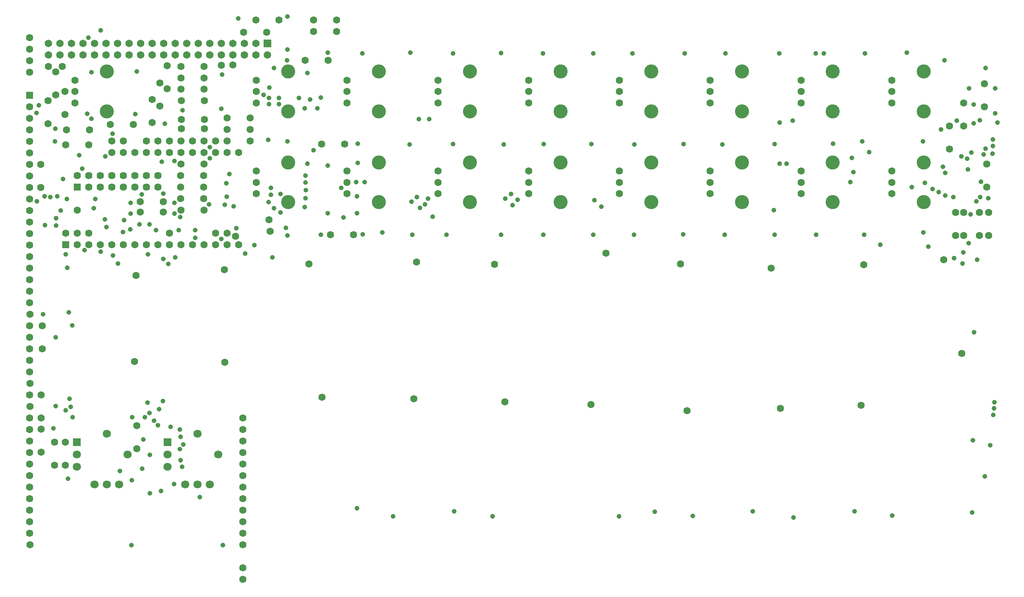
<source format=gbs>
%FSLAX33Y33*%
%MOMM*%
%AMRect-W1650000-H1650000-RO0.500*
21,1,1.65,1.65,0.,0.,270*%
%AMRect-W1600000-H1600000-RO0.500*
21,1,1.6,1.6,0.,0.,270*%
%ADD10C,1.0668*%
%ADD11C,1.6*%
%ADD12C,1.6*%
%ADD13R,1.8X1.8*%
%ADD14C,1.8*%
%ADD15C,1.6*%
%ADD16C,3.1*%
%ADD17C,1.6*%
%ADD18R,1.62X1.62*%
%ADD19C,1.62*%
%ADD20R,1.6X1.6*%
%ADD21C,1.65*%
%ADD22Rect-W1650000-H1650000-RO0.500*%
%ADD23Rect-W1600000-H1600000-RO0.500*%
D10*
%LNbottom solder mask_traces*%
G01*
X206550Y86736D03*
X34925Y85500D03*
X5017Y106950D03*
X196309Y118554D03*
X55765Y107225D03*
X90825Y86425D03*
X66400Y106275D03*
X210725Y17275D03*
X200325Y89875D03*
X31275Y36450D03*
X18700Y74725D03*
X210375Y82900D03*
X59792Y126500D03*
X109125Y87400D03*
X12052Y40500D03*
X8718Y101803D03*
X156210Y78445D03*
X28376Y38225D03*
X207294Y103556D03*
X27750Y87308D03*
X52584Y76200D03*
X68707Y118554D03*
X63850Y88275D03*
X8300Y35775D03*
X213475Y25175D03*
X199848Y98990D03*
X116332Y98445D03*
X68700Y83175D03*
X36244Y82325D03*
X64235Y94125D03*
X215175Y96333D03*
X19650Y81800D03*
X67218Y108687D03*
X8750Y40675D03*
X75150Y83185D03*
X21325Y100725D03*
X215575Y41525D03*
X4656Y85825D03*
X186495Y98990D03*
X25450Y10025D03*
X12400Y58425D03*
X127229Y78475D03*
X215300Y97975D03*
X8875Y80445D03*
X90175Y85100D03*
X203350Y87821D03*
X88775Y103925D03*
X201016Y75844D03*
X204225Y93400D03*
X156362Y118445D03*
X187096Y118450D03*
X211060Y103022D03*
X212500Y86736D03*
X206705Y73304D03*
X23800Y81645D03*
X63675Y106275D03*
X197450Y88925D03*
X36275Y28725D03*
X29016Y41450D03*
X42725Y95325D03*
X213267Y96150D03*
X208340Y95725D03*
X135865Y118445D03*
X75336Y94310D03*
X109400Y84950D03*
X209600Y95175D03*
X86919Y118575D03*
X7600Y86725D03*
X55640Y85670D03*
X29550Y29971D03*
X8750Y55850D03*
X10975Y74150D03*
X76417Y78562D03*
X71671Y88775D03*
X36150Y35540D03*
X116180Y78445D03*
X9100Y86875D03*
X30887Y79481D03*
X31525Y39990D03*
X50475Y74261D03*
X187975Y96660D03*
X23580Y79025D03*
X214650Y32075D03*
X26625Y114422D03*
X190475Y76212D03*
X13925Y95975D03*
X15981Y121900D03*
X127229Y118425D03*
X18650Y123475D03*
X39500Y79500D03*
X186950Y78450D03*
X19950Y80125D03*
X39484Y77750D03*
X146990Y78500D03*
X10975Y39750D03*
X6000Y60960D03*
X176200Y118445D03*
X147396Y118425D03*
X8592Y99035D03*
X29554Y21488D03*
X149125Y16450D03*
X215775Y110675D03*
X45466Y113716D03*
X210015Y110693D03*
X36700Y105855D03*
X15100Y75050D03*
X48600Y79900D03*
X46330Y89810D03*
X35843Y79431D03*
X204750Y92116D03*
X36150Y31164D03*
X8875Y82085D03*
X116154Y118445D03*
X54550Y109225D03*
X168199Y118450D03*
X33550Y72050D03*
X215500Y40175D03*
X6325Y86875D03*
X169800Y94125D03*
X107865Y86400D03*
X210490Y96590D03*
X16650Y104050D03*
X32106Y94500D03*
X96317Y98445D03*
X72187Y82296D03*
X171150Y103625D03*
X75150Y86950D03*
X76860Y90068D03*
X96575Y17450D03*
X6400Y80550D03*
X35125Y73450D03*
X34925Y94700D03*
X184510Y92275D03*
X40525Y20650D03*
X45985Y85055D03*
X208559Y72060D03*
X86766Y98349D03*
X17475Y86284D03*
X178003Y118445D03*
X36650Y27300D03*
X32775Y102900D03*
X215350Y38725D03*
X204591Y116916D03*
X136246Y98349D03*
X59700Y116850D03*
X47975Y84730D03*
X91025Y103925D03*
X184800Y17450D03*
X11650Y61325D03*
X214224Y86450D03*
X12500Y38225D03*
X215300Y99471D03*
X105075Y16425D03*
X58304Y87454D03*
X45600Y10000D03*
X25265Y83142D03*
X193075Y16575D03*
X32489Y87525D03*
X180035Y98552D03*
X128975Y84625D03*
X68704Y93675D03*
X147142Y98445D03*
X215775Y105175D03*
X34925Y83075D03*
X176301Y78450D03*
X212675Y90148D03*
X110500Y86175D03*
X17165Y84322D03*
X19700Y95750D03*
X62331Y108550D03*
X47015Y91829D03*
X32410Y41750D03*
X75336Y98480D03*
X29454Y39125D03*
X167157Y98445D03*
X167157Y78450D03*
X26311Y105000D03*
X204750Y87075D03*
X57981Y108550D03*
X27844Y26925D03*
X57950Y107225D03*
X209956Y76581D03*
X136169Y78445D03*
X126797Y98445D03*
X32000Y22000D03*
X55765Y108550D03*
X96291Y118445D03*
X21365Y73850D03*
X56856Y115189D03*
X46482Y86850D03*
X58297Y83400D03*
X91821Y82398D03*
X168250Y94125D03*
X201975Y88525D03*
X64850Y108225D03*
X89070Y84375D03*
X28050Y33331D03*
X87351Y78450D03*
X14605Y93029D03*
X42554Y85104D03*
X132900Y16375D03*
X59848Y78303D03*
X45250Y77535D03*
X211600Y85806D03*
X15750Y105100D03*
X16675Y114249D03*
X29075Y74125D03*
X213677Y97392D03*
X25601Y38225D03*
X25280Y85505D03*
X88350Y86725D03*
X67158Y78445D03*
X55575Y99339D03*
X87200Y85700D03*
X27203Y80750D03*
X80775Y78990D03*
X183900Y90025D03*
X56225Y87250D03*
X32500Y73150D03*
X55850Y110875D03*
X212421Y103705D03*
X184200Y95377D03*
X211060Y107163D03*
X64198Y114071D03*
X140800Y17375D03*
X48975Y126111D03*
X63825Y91450D03*
X36275Y33921D03*
X171350Y16100D03*
X65600Y97075D03*
X127475Y86050D03*
X56525Y73491D03*
X76302Y118445D03*
X42725Y97714D03*
X25500Y24380D03*
X63671Y84550D03*
X210875Y33125D03*
X209750Y92838D03*
X9850Y83790D03*
X216275Y103200D03*
X167000Y83875D03*
X208767Y74524D03*
X11287Y71200D03*
X22887Y26388D03*
X25225Y79675D03*
X36906Y32207D03*
X56225Y88764D03*
X10350Y90750D03*
X22500Y72100D03*
X30485Y37490D03*
X59792Y119232D03*
X63825Y86500D03*
X213625Y115200D03*
X75150Y18200D03*
X199945Y78990D03*
X11218Y86300D03*
X59487Y79930D03*
X106934Y78445D03*
X56900Y84252D03*
X34050Y36144D03*
X94894Y78445D03*
X59848Y98990D03*
X34825Y23500D03*
X75006Y90068D03*
X11520Y24654D03*
X107467Y98323D03*
X203875Y101645D03*
X11850Y42325D03*
X168294Y103175D03*
X29421Y80750D03*
X211825Y72975D03*
X162325Y17525D03*
X4500Y105290D03*
X106883Y118475D03*
X211125Y56975D03*
X155677Y98323D03*
X83125Y16425D03*
X63825Y90000D03*
X45244Y106250D03*
%LNbottom solder mask component 2cb417fd89b64ff1*%
D11*
X70675Y125755D03*
X65595Y125755D03*
%LNbottom solder mask component 2e96c5ec09cc2bff*%
D12*
X43970Y78805D03*
%LNbottom solder mask component 7be21fa8212241c2*%
D13*
X13400Y32700D03*
D14*
X13400Y30000D03*
X13400Y27300D03*
X17300Y23400D03*
X20000Y23400D03*
X22700Y23400D03*
X20000Y34600D03*
X24600Y30000D03*
%LNbottom solder mask component 87d4757989b5faab*%
D15*
X46514Y104205D03*
X51594Y104205D03*
%LNbottom solder mask component 76a76e9b6007d48c*%
D12*
X112990Y92500D03*
X112990Y90000D03*
X112990Y87500D03*
D16*
X120000Y94394D03*
X120000Y85606D03*
%LNbottom solder mask component fae2ab7ca5d4c9bc*%
D15*
X67425Y42675D03*
%LNbottom solder mask component bec0dda99b6ebd7c*%
D12*
X132990Y92500D03*
X132990Y90000D03*
X132990Y87500D03*
D16*
X140000Y94394D03*
X140000Y85606D03*
%LNbottom solder mask component 0c936e703266551f*%
D15*
X50000Y10160D03*
%LNbottom solder mask component 58a1288a180aeb08*%
D17*
X207025Y78248D03*
X207025Y83328D03*
%LNbottom solder mask component 042c4324a2a84e17*%
D12*
X52990Y112500D03*
X52990Y110000D03*
X52990Y107500D03*
D16*
X60000Y114394D03*
X60000Y105606D03*
%LNbottom solder mask component e0f9281280bdbcf4*%
D12*
X92990Y92500D03*
X92990Y90000D03*
X92990Y87500D03*
D16*
X100000Y94394D03*
X100000Y85606D03*
%LNbottom solder mask component cfb32474af56c8fe*%
D18*
X13510Y88975D03*
D19*
X16050Y88975D03*
X18590Y88975D03*
X21130Y88975D03*
X23670Y88975D03*
X26210Y88975D03*
X28750Y88975D03*
X31290Y88975D03*
X13510Y91515D03*
X16050Y91515D03*
X18590Y91515D03*
X21130Y91515D03*
X23670Y91515D03*
X26210Y91515D03*
X28750Y91515D03*
X31290Y91515D03*
%LNbottom solder mask component edd2f8c4690b01ba*%
D15*
X46050Y50343D03*
%LNbottom solder mask component 7d0a4e2d061378cf*%
D11*
X41438Y83885D03*
X36358Y83885D03*
%LNbottom solder mask component 19b7ae7034783336*%
D12*
X214348Y83395D03*
X214348Y78315D03*
%LNbottom solder mask component 3cf36ddb64d95e52*%
D17*
X212350Y78315D03*
X212350Y83395D03*
%LNbottom solder mask component 32cc1e32022eae04*%
X7050Y102935D03*
X7050Y108015D03*
%LNbottom solder mask component adf83d82d2d88d45*%
D15*
X45949Y70725D03*
%LNbottom solder mask component 840a2754f238af4d*%
D12*
X43970Y99125D03*
%LNbottom solder mask component 5154ed8cd176cc8c*%
X41430Y99125D03*
%LNbottom solder mask component d62bc96d87e5019c*%
D15*
X50000Y2540D03*
%LNbottom solder mask component f7f6a4059ef4b564*%
D12*
X72990Y112500D03*
X72990Y110000D03*
X72990Y107500D03*
D16*
X80000Y114394D03*
X80000Y105606D03*
%LNbottom solder mask component 28689b4c8158a79f*%
D11*
X74390Y78445D03*
X69310Y78445D03*
%LNbottom solder mask component ffc4da092a9a4fc5*%
D12*
X28730Y99125D03*
%LNbottom solder mask component 44887bd3d44aa71f*%
X8745Y114365D03*
X8745Y109285D03*
%LNbottom solder mask component 5baf418b44386f3e*%
D11*
X41509Y101841D03*
X36429Y101841D03*
%LNbottom solder mask component a43a26ad2d4eb14a*%
D12*
X152990Y112500D03*
X152990Y110000D03*
X152990Y107500D03*
D16*
X160000Y114394D03*
X160000Y105606D03*
%LNbottom solder mask component 89ac62f37abc9e14*%
D12*
X21110Y99125D03*
%LNbottom solder mask component c392bcdfea8d8ea2*%
D15*
X47780Y115900D03*
%LNbottom solder mask component e784ba3ac1935508*%
D17*
X31700Y106776D03*
X31700Y111856D03*
%LNbottom solder mask component 3657576657a30115*%
D15*
X50000Y5080D03*
%LNbottom solder mask component 3f41394d43e5d88f*%
X10225Y115525D03*
%LNbottom solder mask component 03a79ee4714a553f*%
D12*
X172990Y92500D03*
X172990Y90000D03*
X172990Y87500D03*
D16*
X180000Y94394D03*
X180000Y85606D03*
%LNbottom solder mask component 37922efdc8d51755*%
D20*
X10975Y76265D03*
D15*
X13515Y76265D03*
X16055Y76265D03*
X18595Y76265D03*
X21135Y76265D03*
X23675Y76265D03*
X26215Y76265D03*
X28755Y76265D03*
X31295Y76265D03*
X33835Y76265D03*
X36375Y76265D03*
X38915Y76265D03*
X41455Y76265D03*
X43995Y76265D03*
X46535Y76265D03*
X49075Y76265D03*
X49075Y96585D03*
X46535Y96585D03*
X43995Y96585D03*
X41455Y96585D03*
X38915Y96585D03*
X36375Y96585D03*
X33835Y96585D03*
X31295Y96585D03*
X28755Y96585D03*
X26215Y96585D03*
X23675Y96585D03*
X21135Y96585D03*
%LNbottom solder mask component aa580201ffaa89d6*%
X50000Y20320D03*
%LNbottom solder mask component af1981297f4010f7*%
D12*
X23650Y99125D03*
%LNbottom solder mask component b8b07e4af1db7061*%
D11*
X57975Y125755D03*
X52895Y125755D03*
%LNbottom solder mask component 110faed1cc146b02*%
D17*
X33300Y110636D03*
X33300Y115716D03*
%LNbottom solder mask component f7b75df1bdf2f181*%
D15*
X50000Y25400D03*
%LNbottom solder mask component 03a6b9848fb8370e*%
X107747Y41650D03*
%LNbottom solder mask component 22e543a28086d96e*%
D11*
X70675Y123215D03*
X65595Y123215D03*
%LNbottom solder mask component dece1cff8e284f1a*%
D12*
X36358Y99125D03*
%LNbottom solder mask component 7fd2e291fd359170*%
D15*
X50000Y27940D03*
%LNbottom solder mask component 7583a494c62a08c3*%
X50000Y15240D03*
%LNbottom solder mask component 2ce9bceb47a0c645*%
D21*
X52860Y120650D03*
X50320Y120650D03*
X47780Y120650D03*
X45240Y120650D03*
X42700Y120650D03*
X40160Y120650D03*
X37620Y120650D03*
X35080Y120650D03*
X32540Y120650D03*
X30000Y120650D03*
X27460Y120650D03*
X24920Y120650D03*
X22380Y120650D03*
X19840Y120650D03*
X17300Y120650D03*
X14760Y120650D03*
X12220Y120650D03*
X9680Y120650D03*
X7140Y120650D03*
X55400Y118110D03*
X52860Y118110D03*
X50320Y118110D03*
X47780Y118110D03*
X45240Y118110D03*
X42700Y118110D03*
X40160Y118110D03*
X37620Y118110D03*
X35080Y118110D03*
X32540Y118110D03*
X30000Y118110D03*
X27460Y118110D03*
X24920Y118110D03*
X22380Y118110D03*
X19840Y118110D03*
X17300Y118110D03*
X14760Y118110D03*
X12220Y118110D03*
X9680Y118110D03*
X7140Y118110D03*
D22*
X55400Y120650D03*
%LNbottom solder mask component d1b8988840d6d78f*%
D12*
X46510Y78805D03*
%LNbottom solder mask component b8f167eb817f45c9*%
X13490Y83835D03*
X13490Y78755D03*
%LNbottom solder mask component 8d773e40d9ff8c97*%
D15*
X50177Y123047D03*
X55257Y123047D03*
%LNbottom solder mask component 8daf806579074e6c*%
X50000Y12700D03*
%LNbottom solder mask component 20eaf199acc821e9*%
X87675Y42300D03*
%LNbottom solder mask component 835bc4b13f0791df*%
X7140Y115525D03*
%LNbottom solder mask component 051bcd12e4b16a5d*%
X26441Y69475D03*
%LNbottom solder mask component fa4b46b3c3d02d04*%
X48375Y78075D03*
%LNbottom solder mask component 15295c3f1cff3500*%
X45240Y115825D03*
%LNbottom solder mask component f89053a2e4f60840*%
D12*
X5560Y35565D03*
X5560Y30485D03*
%LNbottom solder mask component 52a1b1ca2b1d3003*%
D15*
X146400Y72034D03*
%LNbottom solder mask component 5a332b9c7c6b454e*%
D17*
X8500Y27620D03*
X8500Y32700D03*
%LNbottom solder mask component 3d096520bff5873b*%
D12*
X205725Y102435D03*
X205725Y97355D03*
%LNbottom solder mask component 76bc64773c60f07c*%
D17*
X3000Y119380D03*
X3000Y121920D03*
%LNbottom solder mask component 2b1495a865a6849a*%
D15*
X208450Y52325D03*
%LNbottom solder mask component 0140c6c654e9dc5b*%
X50000Y33020D03*
%LNbottom solder mask component 3b85729fa308793e*%
X105450Y71925D03*
%LNbottom solder mask component fa4405ad7fde1e15*%
D12*
X192990Y112500D03*
X192990Y110000D03*
X192990Y107500D03*
D16*
X200000Y114394D03*
X200000Y105606D03*
%LNbottom solder mask component 3244838e2437b951*%
D12*
X5850Y58400D03*
X5850Y53320D03*
%LNbottom solder mask component 4705e07a40114c09*%
D15*
X36309Y86425D03*
X41389Y86425D03*
%LNbottom solder mask component 01015ca45b8bb0bc*%
D11*
X72465Y98455D03*
X67385Y98455D03*
%LNbottom solder mask component 794c30c688ef4a1d*%
D15*
X55800Y81750D03*
%LNbottom solder mask component ef78370791fd3d8b*%
D11*
X41389Y88965D03*
X36309Y88965D03*
%LNbottom solder mask component 948a008d14176e07*%
D15*
X50000Y17780D03*
%LNbottom solder mask component adc1909596e3bd48*%
X50000Y38100D03*
%LNbottom solder mask component ab6498ba432a0b55*%
X11160Y101525D03*
X16240Y101525D03*
%LNbottom solder mask component 3c2ce17cf2a01d3a*%
X88250Y72475D03*
%LNbottom solder mask component 5a4116c7e9b3a324*%
D12*
X72990Y92500D03*
X72990Y90000D03*
X72990Y87500D03*
D16*
X80000Y94394D03*
X80000Y85606D03*
%LNbottom solder mask component 67d4a41e6537866a*%
D12*
X152990Y92500D03*
X152990Y90000D03*
X152990Y87500D03*
D16*
X160000Y94394D03*
X160000Y85606D03*
%LNbottom solder mask component 020795961396f96f*%
D15*
X166450Y71120D03*
%LNbottom solder mask component 179472fd52466dca*%
D12*
X38890Y99125D03*
%LNbottom solder mask component 33bb1b4331bcb5f2*%
X172990Y112500D03*
X172990Y110000D03*
X172990Y107500D03*
D16*
X180000Y114394D03*
X180000Y105606D03*
%LNbottom solder mask component 91ad611b2d09aec1*%
D15*
X50000Y30480D03*
%LNbottom solder mask component 1aa80e2305d3c3f5*%
X63706Y116850D03*
X68786Y116850D03*
%LNbottom solder mask component 7402d1aeef7f3f20*%
X50000Y35560D03*
%LNbottom solder mask component 478e18b4a5e21ed9*%
D17*
X3000Y114300D03*
X3000Y116840D03*
%LNbottom solder mask component e8b37e7f08e4b4ce*%
D11*
X51594Y99125D03*
X46514Y99125D03*
%LNbottom solder mask component 511370af6c7919eb*%
D15*
X26111Y50495D03*
%LNbottom solder mask component 264957ead632d6c1*%
D11*
X32489Y85725D03*
X27409Y85725D03*
%LNbottom solder mask component bfe6143774099665*%
D15*
X36358Y94045D03*
X41438Y94045D03*
%LNbottom solder mask component c1f03332e9856203*%
D12*
X10860Y32700D03*
X10860Y27620D03*
%LNbottom solder mask component 863ca0b2a523c33c*%
D15*
X186817Y71831D03*
%LNbottom solder mask component 2d214055c5945252*%
X147900Y39675D03*
%LNbottom solder mask component aff9f134acc6d168*%
X126746Y41025D03*
%LNbottom solder mask component 90a5760c096e9d9b*%
X186233Y40869D03*
%LNbottom solder mask component 28b624cef8888489*%
D12*
X33810Y99125D03*
%LNbottom solder mask component 707e6c11d1cca362*%
D15*
X46514Y101665D03*
X51594Y101665D03*
%LNbottom solder mask component cc6bc24d7f5d853e*%
D12*
X92990Y112500D03*
X92990Y110000D03*
X92990Y107500D03*
D16*
X100000Y114394D03*
X100000Y105606D03*
%LNbottom solder mask component 5b22a68f09ffcba4*%
D17*
X26613Y31271D03*
X26613Y36351D03*
%LNbottom solder mask component 109cba4edaa46692*%
D15*
X64575Y72050D03*
%LNbottom solder mask component 17d3a0ee983cedc9*%
X36309Y91505D03*
X41389Y91505D03*
%LNbottom solder mask component 7c5862ef05c6b57e*%
D12*
X30000Y108286D03*
X30000Y103206D03*
%LNbottom solder mask component 3ee2067a7940f73c*%
D15*
X36350Y112992D03*
X41430Y112992D03*
%LNbottom solder mask component a545dc4cd47ee866*%
D12*
X33810Y78805D03*
%LNbottom solder mask component d72e272e4740b0c6*%
X10800Y110000D03*
X10800Y104920D03*
%LNbottom solder mask component e02c3f52298e31bf*%
D15*
X168478Y40150D03*
%LNbottom solder mask component 49beb2a2a790b48d*%
D17*
X213925Y88925D03*
X213925Y94005D03*
%LNbottom solder mask component 66a2352ef12547e6*%
D11*
X16090Y98275D03*
X11010Y98275D03*
%LNbottom solder mask component 0286a69b302c7373*%
D15*
X55975Y79250D03*
%LNbottom solder mask component f46c31dedb484b98*%
X50000Y22860D03*
%LNbottom solder mask component afb2019f5953c4e2*%
X36429Y107997D03*
X41509Y107997D03*
%LNbottom solder mask component e7393894ce705798*%
X36429Y103825D03*
X41509Y103825D03*
%LNbottom solder mask component 2391f7d3900d938a*%
D12*
X112990Y112500D03*
X112990Y110000D03*
X112990Y107500D03*
D16*
X120000Y114394D03*
X120000Y105606D03*
%LNbottom solder mask component 04f20976e88c6656*%
D15*
X204400Y72974D03*
%LNbottom solder mask component 9838140f6d8fc3a3*%
D11*
X32440Y83425D03*
X27360Y83425D03*
%LNbottom solder mask component 4de6dc9ddc697575*%
D12*
X213404Y111730D03*
X213404Y106650D03*
%LNbottom solder mask component d1bccda1b464fd03*%
X3000Y106680D03*
X3000Y104140D03*
X3000Y101600D03*
X3000Y99060D03*
X3000Y96520D03*
X3000Y93980D03*
X3000Y91440D03*
X3000Y88900D03*
X3000Y86360D03*
X3000Y83820D03*
X3000Y81280D03*
X3000Y78740D03*
X3000Y76200D03*
X3000Y73660D03*
X3000Y71120D03*
X3000Y68580D03*
X3000Y66040D03*
X3000Y63500D03*
X3075Y60960D03*
X3000Y58420D03*
X3000Y55880D03*
X3000Y53340D03*
X3000Y50800D03*
X3000Y48260D03*
X3075Y45720D03*
X3000Y43180D03*
X3075Y40640D03*
X3000Y38100D03*
X3000Y35560D03*
X3000Y33020D03*
X3000Y30480D03*
X3000Y27940D03*
X3000Y25400D03*
X3000Y22860D03*
X3000Y20320D03*
X3000Y17780D03*
X3000Y15240D03*
X3000Y12700D03*
X3075Y10160D03*
D23*
X3000Y109220D03*
%LNbottom solder mask component 8161a00624e99dd4*%
D15*
X129975Y74400D03*
%LNbottom solder mask component 4522c9ecbdecab07*%
D12*
X192990Y92500D03*
X192990Y90000D03*
X192990Y87500D03*
D16*
X200000Y94394D03*
X200000Y85606D03*
%LNbottom solder mask component be6dae4a381f52ea*%
D12*
X16030Y78755D03*
%LNbottom solder mask component e90434b9302ec0b9*%
D15*
X36350Y115541D03*
X41430Y115541D03*
%LNbottom solder mask component 42107fc99cd43302*%
X20835Y102781D03*
X25915Y102781D03*
%LNbottom solder mask component fca1a590c33dcb53*%
D12*
X5450Y93980D03*
X5450Y88900D03*
%LNbottom solder mask component 175f9e2f385f0166*%
D17*
X208875Y102435D03*
X208875Y107515D03*
%LNbottom solder mask component 45386d5e65213c57*%
X5540Y38100D03*
X5540Y43180D03*
%LNbottom solder mask component fb25c8ebd593f1df*%
D13*
X33400Y32700D03*
D14*
X33400Y30000D03*
X33400Y27300D03*
X37300Y23400D03*
X40000Y23400D03*
X42700Y23400D03*
X40000Y34600D03*
X44600Y30000D03*
%LNbottom solder mask component 620a4f717f976fc9*%
D12*
X10950Y78755D03*
%LNbottom solder mask component 4cda8897de2b8f63*%
D11*
X41430Y110537D03*
X36350Y110537D03*
%LNbottom solder mask component fcb33d2da6a8351b*%
D17*
X208879Y78248D03*
X208879Y83328D03*
%LNbottom solder mask component 1902cf21c92c7046*%
D12*
X31270Y99125D03*
%LNbottom solder mask component ff3ab2f5c9e2528b*%
X12990Y112500D03*
X12990Y110000D03*
X12990Y107500D03*
D16*
X20000Y114394D03*
X20000Y105606D03*
%LNbottom solder mask component 868ac84068513009*%
D12*
X52990Y92500D03*
X52990Y90000D03*
X52990Y87500D03*
D16*
X60000Y94394D03*
X60000Y85606D03*
%LNbottom solder mask component ead1c16da722a230*%
D12*
X132990Y112500D03*
X132990Y110000D03*
X132990Y107500D03*
D16*
X140000Y114394D03*
X140000Y105606D03*
M02*
</source>
